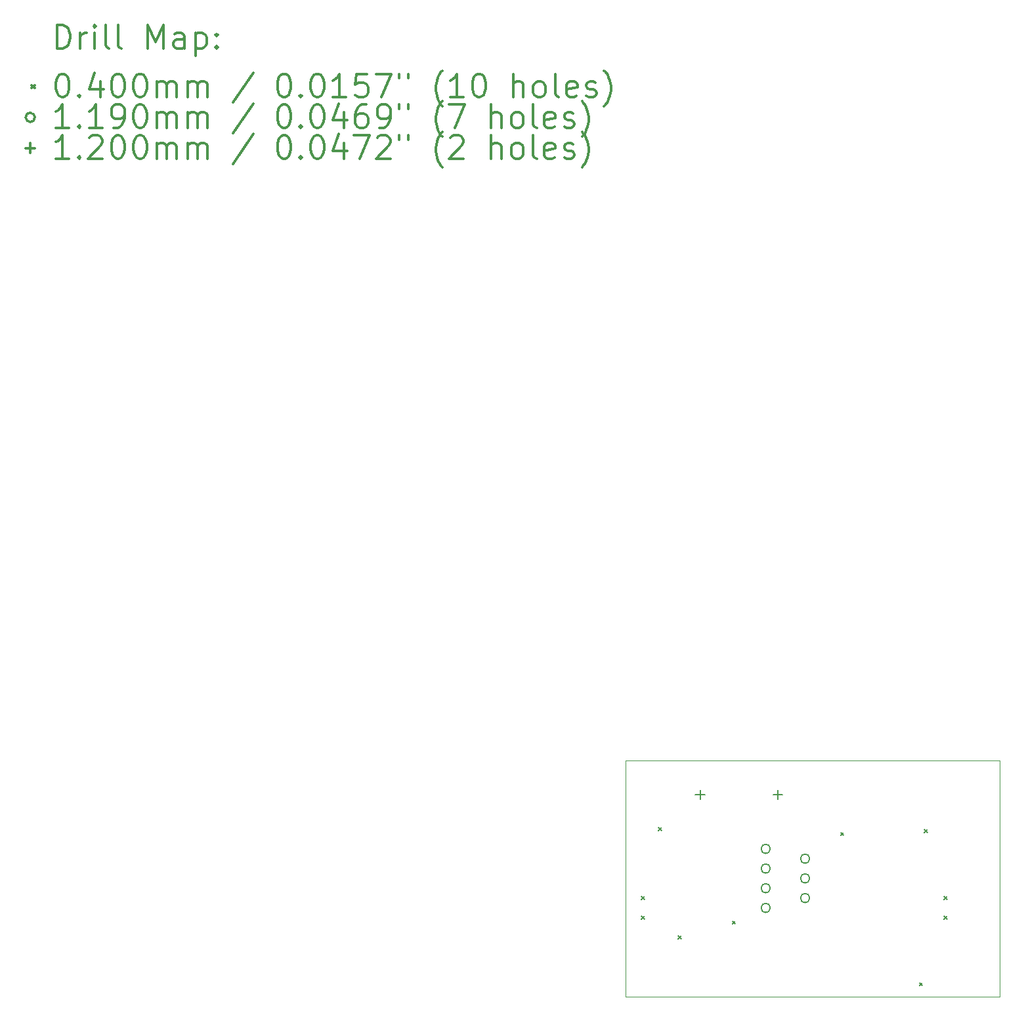
<source format=gbr>
%FSLAX45Y45*%
G04 Gerber Fmt 4.5, Leading zero omitted, Abs format (unit mm)*
G04 Created by KiCad (PCBNEW (5.1.10-1-10_14)) date 2021-10-31 20:44:57*
%MOMM*%
%LPD*%
G01*
G04 APERTURE LIST*
%TA.AperFunction,Profile*%
%ADD10C,0.050000*%
%TD*%
%ADD11C,0.200000*%
%ADD12C,0.300000*%
G04 APERTURE END LIST*
D10*
X12446000Y-12700000D02*
X7620000Y-12700000D01*
X12446000Y-9652000D02*
X12446000Y-12700000D01*
X7620000Y-9652000D02*
X12446000Y-9652000D01*
X7620000Y-12700000D02*
X7620000Y-9652000D01*
D11*
X7823520Y-11410000D02*
X7863520Y-11450000D01*
X7863520Y-11410000D02*
X7823520Y-11450000D01*
X7823520Y-11664000D02*
X7863520Y-11704000D01*
X7863520Y-11664000D02*
X7823520Y-11704000D01*
X8044500Y-10521000D02*
X8084500Y-10561000D01*
X8084500Y-10521000D02*
X8044500Y-10561000D01*
X8298500Y-11918000D02*
X8338500Y-11958000D01*
X8338500Y-11918000D02*
X8298500Y-11958000D01*
X8997000Y-11727500D02*
X9037000Y-11767500D01*
X9037000Y-11727500D02*
X8997000Y-11767500D01*
X10394000Y-10584500D02*
X10434000Y-10624500D01*
X10434000Y-10584500D02*
X10394000Y-10624500D01*
X11410000Y-12522520D02*
X11450000Y-12562520D01*
X11450000Y-12522520D02*
X11410000Y-12562520D01*
X11474770Y-10545130D02*
X11514770Y-10585130D01*
X11514770Y-10545130D02*
X11474770Y-10585130D01*
X11724960Y-11410000D02*
X11764960Y-11450000D01*
X11764960Y-11410000D02*
X11724960Y-11450000D01*
X11724960Y-11664000D02*
X11764960Y-11704000D01*
X11764960Y-11664000D02*
X11724960Y-11704000D01*
X9486250Y-10795000D02*
G75*
G03*
X9486250Y-10795000I-59500J0D01*
G01*
X9486250Y-11049000D02*
G75*
G03*
X9486250Y-11049000I-59500J0D01*
G01*
X9486250Y-11303000D02*
G75*
G03*
X9486250Y-11303000I-59500J0D01*
G01*
X9486250Y-11557000D02*
G75*
G03*
X9486250Y-11557000I-59500J0D01*
G01*
X9994250Y-10922000D02*
G75*
G03*
X9994250Y-10922000I-59500J0D01*
G01*
X9994250Y-11176000D02*
G75*
G03*
X9994250Y-11176000I-59500J0D01*
G01*
X9994250Y-11430000D02*
G75*
G03*
X9994250Y-11430000I-59500J0D01*
G01*
X8580500Y-10036500D02*
X8580500Y-10156500D01*
X8520500Y-10096500D02*
X8640500Y-10096500D01*
X9580500Y-10036500D02*
X9580500Y-10156500D01*
X9520500Y-10096500D02*
X9640500Y-10096500D01*
D12*
X286429Y-465714D02*
X286429Y-165714D01*
X357857Y-165714D01*
X400714Y-180000D01*
X429286Y-208571D01*
X443571Y-237143D01*
X457857Y-294286D01*
X457857Y-337143D01*
X443571Y-394286D01*
X429286Y-422857D01*
X400714Y-451428D01*
X357857Y-465714D01*
X286429Y-465714D01*
X586429Y-465714D02*
X586429Y-265714D01*
X586429Y-322857D02*
X600714Y-294286D01*
X615000Y-280000D01*
X643571Y-265714D01*
X672143Y-265714D01*
X772143Y-465714D02*
X772143Y-265714D01*
X772143Y-165714D02*
X757857Y-180000D01*
X772143Y-194286D01*
X786428Y-180000D01*
X772143Y-165714D01*
X772143Y-194286D01*
X957857Y-465714D02*
X929286Y-451428D01*
X915000Y-422857D01*
X915000Y-165714D01*
X1115000Y-465714D02*
X1086429Y-451428D01*
X1072143Y-422857D01*
X1072143Y-165714D01*
X1457857Y-465714D02*
X1457857Y-165714D01*
X1557857Y-380000D01*
X1657857Y-165714D01*
X1657857Y-465714D01*
X1929286Y-465714D02*
X1929286Y-308571D01*
X1915000Y-280000D01*
X1886428Y-265714D01*
X1829286Y-265714D01*
X1800714Y-280000D01*
X1929286Y-451428D02*
X1900714Y-465714D01*
X1829286Y-465714D01*
X1800714Y-451428D01*
X1786428Y-422857D01*
X1786428Y-394286D01*
X1800714Y-365714D01*
X1829286Y-351428D01*
X1900714Y-351428D01*
X1929286Y-337143D01*
X2072143Y-265714D02*
X2072143Y-565714D01*
X2072143Y-280000D02*
X2100714Y-265714D01*
X2157857Y-265714D01*
X2186429Y-280000D01*
X2200714Y-294286D01*
X2215000Y-322857D01*
X2215000Y-408571D01*
X2200714Y-437143D01*
X2186429Y-451428D01*
X2157857Y-465714D01*
X2100714Y-465714D01*
X2072143Y-451428D01*
X2343571Y-437143D02*
X2357857Y-451428D01*
X2343571Y-465714D01*
X2329286Y-451428D01*
X2343571Y-437143D01*
X2343571Y-465714D01*
X2343571Y-280000D02*
X2357857Y-294286D01*
X2343571Y-308571D01*
X2329286Y-294286D01*
X2343571Y-280000D01*
X2343571Y-308571D01*
X-40000Y-940000D02*
X0Y-980000D01*
X0Y-940000D02*
X-40000Y-980000D01*
X343571Y-795714D02*
X372143Y-795714D01*
X400714Y-810000D01*
X415000Y-824286D01*
X429286Y-852857D01*
X443571Y-910000D01*
X443571Y-981428D01*
X429286Y-1038571D01*
X415000Y-1067143D01*
X400714Y-1081429D01*
X372143Y-1095714D01*
X343571Y-1095714D01*
X315000Y-1081429D01*
X300714Y-1067143D01*
X286429Y-1038571D01*
X272143Y-981428D01*
X272143Y-910000D01*
X286429Y-852857D01*
X300714Y-824286D01*
X315000Y-810000D01*
X343571Y-795714D01*
X572143Y-1067143D02*
X586429Y-1081429D01*
X572143Y-1095714D01*
X557857Y-1081429D01*
X572143Y-1067143D01*
X572143Y-1095714D01*
X843571Y-895714D02*
X843571Y-1095714D01*
X772143Y-781428D02*
X700714Y-995714D01*
X886428Y-995714D01*
X1057857Y-795714D02*
X1086429Y-795714D01*
X1115000Y-810000D01*
X1129286Y-824286D01*
X1143571Y-852857D01*
X1157857Y-910000D01*
X1157857Y-981428D01*
X1143571Y-1038571D01*
X1129286Y-1067143D01*
X1115000Y-1081429D01*
X1086429Y-1095714D01*
X1057857Y-1095714D01*
X1029286Y-1081429D01*
X1015000Y-1067143D01*
X1000714Y-1038571D01*
X986428Y-981428D01*
X986428Y-910000D01*
X1000714Y-852857D01*
X1015000Y-824286D01*
X1029286Y-810000D01*
X1057857Y-795714D01*
X1343571Y-795714D02*
X1372143Y-795714D01*
X1400714Y-810000D01*
X1415000Y-824286D01*
X1429286Y-852857D01*
X1443571Y-910000D01*
X1443571Y-981428D01*
X1429286Y-1038571D01*
X1415000Y-1067143D01*
X1400714Y-1081429D01*
X1372143Y-1095714D01*
X1343571Y-1095714D01*
X1315000Y-1081429D01*
X1300714Y-1067143D01*
X1286429Y-1038571D01*
X1272143Y-981428D01*
X1272143Y-910000D01*
X1286429Y-852857D01*
X1300714Y-824286D01*
X1315000Y-810000D01*
X1343571Y-795714D01*
X1572143Y-1095714D02*
X1572143Y-895714D01*
X1572143Y-924286D02*
X1586428Y-910000D01*
X1615000Y-895714D01*
X1657857Y-895714D01*
X1686428Y-910000D01*
X1700714Y-938571D01*
X1700714Y-1095714D01*
X1700714Y-938571D02*
X1715000Y-910000D01*
X1743571Y-895714D01*
X1786428Y-895714D01*
X1815000Y-910000D01*
X1829286Y-938571D01*
X1829286Y-1095714D01*
X1972143Y-1095714D02*
X1972143Y-895714D01*
X1972143Y-924286D02*
X1986428Y-910000D01*
X2015000Y-895714D01*
X2057857Y-895714D01*
X2086428Y-910000D01*
X2100714Y-938571D01*
X2100714Y-1095714D01*
X2100714Y-938571D02*
X2115000Y-910000D01*
X2143571Y-895714D01*
X2186429Y-895714D01*
X2215000Y-910000D01*
X2229286Y-938571D01*
X2229286Y-1095714D01*
X2815000Y-781428D02*
X2557857Y-1167143D01*
X3200714Y-795714D02*
X3229286Y-795714D01*
X3257857Y-810000D01*
X3272143Y-824286D01*
X3286428Y-852857D01*
X3300714Y-910000D01*
X3300714Y-981428D01*
X3286428Y-1038571D01*
X3272143Y-1067143D01*
X3257857Y-1081429D01*
X3229286Y-1095714D01*
X3200714Y-1095714D01*
X3172143Y-1081429D01*
X3157857Y-1067143D01*
X3143571Y-1038571D01*
X3129286Y-981428D01*
X3129286Y-910000D01*
X3143571Y-852857D01*
X3157857Y-824286D01*
X3172143Y-810000D01*
X3200714Y-795714D01*
X3429286Y-1067143D02*
X3443571Y-1081429D01*
X3429286Y-1095714D01*
X3415000Y-1081429D01*
X3429286Y-1067143D01*
X3429286Y-1095714D01*
X3629286Y-795714D02*
X3657857Y-795714D01*
X3686428Y-810000D01*
X3700714Y-824286D01*
X3715000Y-852857D01*
X3729286Y-910000D01*
X3729286Y-981428D01*
X3715000Y-1038571D01*
X3700714Y-1067143D01*
X3686428Y-1081429D01*
X3657857Y-1095714D01*
X3629286Y-1095714D01*
X3600714Y-1081429D01*
X3586428Y-1067143D01*
X3572143Y-1038571D01*
X3557857Y-981428D01*
X3557857Y-910000D01*
X3572143Y-852857D01*
X3586428Y-824286D01*
X3600714Y-810000D01*
X3629286Y-795714D01*
X4015000Y-1095714D02*
X3843571Y-1095714D01*
X3929286Y-1095714D02*
X3929286Y-795714D01*
X3900714Y-838571D01*
X3872143Y-867143D01*
X3843571Y-881428D01*
X4286429Y-795714D02*
X4143571Y-795714D01*
X4129286Y-938571D01*
X4143571Y-924286D01*
X4172143Y-910000D01*
X4243571Y-910000D01*
X4272143Y-924286D01*
X4286429Y-938571D01*
X4300714Y-967143D01*
X4300714Y-1038571D01*
X4286429Y-1067143D01*
X4272143Y-1081429D01*
X4243571Y-1095714D01*
X4172143Y-1095714D01*
X4143571Y-1081429D01*
X4129286Y-1067143D01*
X4400714Y-795714D02*
X4600714Y-795714D01*
X4472143Y-1095714D01*
X4700714Y-795714D02*
X4700714Y-852857D01*
X4815000Y-795714D02*
X4815000Y-852857D01*
X5257857Y-1210000D02*
X5243571Y-1195714D01*
X5215000Y-1152857D01*
X5200714Y-1124286D01*
X5186429Y-1081429D01*
X5172143Y-1010000D01*
X5172143Y-952857D01*
X5186429Y-881428D01*
X5200714Y-838571D01*
X5215000Y-810000D01*
X5243571Y-767143D01*
X5257857Y-752857D01*
X5529286Y-1095714D02*
X5357857Y-1095714D01*
X5443571Y-1095714D02*
X5443571Y-795714D01*
X5415000Y-838571D01*
X5386429Y-867143D01*
X5357857Y-881428D01*
X5715000Y-795714D02*
X5743571Y-795714D01*
X5772143Y-810000D01*
X5786428Y-824286D01*
X5800714Y-852857D01*
X5815000Y-910000D01*
X5815000Y-981428D01*
X5800714Y-1038571D01*
X5786428Y-1067143D01*
X5772143Y-1081429D01*
X5743571Y-1095714D01*
X5715000Y-1095714D01*
X5686428Y-1081429D01*
X5672143Y-1067143D01*
X5657857Y-1038571D01*
X5643571Y-981428D01*
X5643571Y-910000D01*
X5657857Y-852857D01*
X5672143Y-824286D01*
X5686428Y-810000D01*
X5715000Y-795714D01*
X6172143Y-1095714D02*
X6172143Y-795714D01*
X6300714Y-1095714D02*
X6300714Y-938571D01*
X6286428Y-910000D01*
X6257857Y-895714D01*
X6215000Y-895714D01*
X6186428Y-910000D01*
X6172143Y-924286D01*
X6486428Y-1095714D02*
X6457857Y-1081429D01*
X6443571Y-1067143D01*
X6429286Y-1038571D01*
X6429286Y-952857D01*
X6443571Y-924286D01*
X6457857Y-910000D01*
X6486428Y-895714D01*
X6529286Y-895714D01*
X6557857Y-910000D01*
X6572143Y-924286D01*
X6586428Y-952857D01*
X6586428Y-1038571D01*
X6572143Y-1067143D01*
X6557857Y-1081429D01*
X6529286Y-1095714D01*
X6486428Y-1095714D01*
X6757857Y-1095714D02*
X6729286Y-1081429D01*
X6715000Y-1052857D01*
X6715000Y-795714D01*
X6986428Y-1081429D02*
X6957857Y-1095714D01*
X6900714Y-1095714D01*
X6872143Y-1081429D01*
X6857857Y-1052857D01*
X6857857Y-938571D01*
X6872143Y-910000D01*
X6900714Y-895714D01*
X6957857Y-895714D01*
X6986428Y-910000D01*
X7000714Y-938571D01*
X7000714Y-967143D01*
X6857857Y-995714D01*
X7115000Y-1081429D02*
X7143571Y-1095714D01*
X7200714Y-1095714D01*
X7229286Y-1081429D01*
X7243571Y-1052857D01*
X7243571Y-1038571D01*
X7229286Y-1010000D01*
X7200714Y-995714D01*
X7157857Y-995714D01*
X7129286Y-981428D01*
X7115000Y-952857D01*
X7115000Y-938571D01*
X7129286Y-910000D01*
X7157857Y-895714D01*
X7200714Y-895714D01*
X7229286Y-910000D01*
X7343571Y-1210000D02*
X7357857Y-1195714D01*
X7386428Y-1152857D01*
X7400714Y-1124286D01*
X7415000Y-1081429D01*
X7429286Y-1010000D01*
X7429286Y-952857D01*
X7415000Y-881428D01*
X7400714Y-838571D01*
X7386428Y-810000D01*
X7357857Y-767143D01*
X7343571Y-752857D01*
X0Y-1356000D02*
G75*
G03*
X0Y-1356000I-59500J0D01*
G01*
X443571Y-1491714D02*
X272143Y-1491714D01*
X357857Y-1491714D02*
X357857Y-1191714D01*
X329286Y-1234571D01*
X300714Y-1263143D01*
X272143Y-1277429D01*
X572143Y-1463143D02*
X586429Y-1477428D01*
X572143Y-1491714D01*
X557857Y-1477428D01*
X572143Y-1463143D01*
X572143Y-1491714D01*
X872143Y-1491714D02*
X700714Y-1491714D01*
X786428Y-1491714D02*
X786428Y-1191714D01*
X757857Y-1234571D01*
X729286Y-1263143D01*
X700714Y-1277429D01*
X1015000Y-1491714D02*
X1072143Y-1491714D01*
X1100714Y-1477428D01*
X1115000Y-1463143D01*
X1143571Y-1420286D01*
X1157857Y-1363143D01*
X1157857Y-1248857D01*
X1143571Y-1220286D01*
X1129286Y-1206000D01*
X1100714Y-1191714D01*
X1043571Y-1191714D01*
X1015000Y-1206000D01*
X1000714Y-1220286D01*
X986428Y-1248857D01*
X986428Y-1320286D01*
X1000714Y-1348857D01*
X1015000Y-1363143D01*
X1043571Y-1377429D01*
X1100714Y-1377429D01*
X1129286Y-1363143D01*
X1143571Y-1348857D01*
X1157857Y-1320286D01*
X1343571Y-1191714D02*
X1372143Y-1191714D01*
X1400714Y-1206000D01*
X1415000Y-1220286D01*
X1429286Y-1248857D01*
X1443571Y-1306000D01*
X1443571Y-1377429D01*
X1429286Y-1434571D01*
X1415000Y-1463143D01*
X1400714Y-1477428D01*
X1372143Y-1491714D01*
X1343571Y-1491714D01*
X1315000Y-1477428D01*
X1300714Y-1463143D01*
X1286429Y-1434571D01*
X1272143Y-1377429D01*
X1272143Y-1306000D01*
X1286429Y-1248857D01*
X1300714Y-1220286D01*
X1315000Y-1206000D01*
X1343571Y-1191714D01*
X1572143Y-1491714D02*
X1572143Y-1291714D01*
X1572143Y-1320286D02*
X1586428Y-1306000D01*
X1615000Y-1291714D01*
X1657857Y-1291714D01*
X1686428Y-1306000D01*
X1700714Y-1334571D01*
X1700714Y-1491714D01*
X1700714Y-1334571D02*
X1715000Y-1306000D01*
X1743571Y-1291714D01*
X1786428Y-1291714D01*
X1815000Y-1306000D01*
X1829286Y-1334571D01*
X1829286Y-1491714D01*
X1972143Y-1491714D02*
X1972143Y-1291714D01*
X1972143Y-1320286D02*
X1986428Y-1306000D01*
X2015000Y-1291714D01*
X2057857Y-1291714D01*
X2086428Y-1306000D01*
X2100714Y-1334571D01*
X2100714Y-1491714D01*
X2100714Y-1334571D02*
X2115000Y-1306000D01*
X2143571Y-1291714D01*
X2186429Y-1291714D01*
X2215000Y-1306000D01*
X2229286Y-1334571D01*
X2229286Y-1491714D01*
X2815000Y-1177429D02*
X2557857Y-1563143D01*
X3200714Y-1191714D02*
X3229286Y-1191714D01*
X3257857Y-1206000D01*
X3272143Y-1220286D01*
X3286428Y-1248857D01*
X3300714Y-1306000D01*
X3300714Y-1377429D01*
X3286428Y-1434571D01*
X3272143Y-1463143D01*
X3257857Y-1477428D01*
X3229286Y-1491714D01*
X3200714Y-1491714D01*
X3172143Y-1477428D01*
X3157857Y-1463143D01*
X3143571Y-1434571D01*
X3129286Y-1377429D01*
X3129286Y-1306000D01*
X3143571Y-1248857D01*
X3157857Y-1220286D01*
X3172143Y-1206000D01*
X3200714Y-1191714D01*
X3429286Y-1463143D02*
X3443571Y-1477428D01*
X3429286Y-1491714D01*
X3415000Y-1477428D01*
X3429286Y-1463143D01*
X3429286Y-1491714D01*
X3629286Y-1191714D02*
X3657857Y-1191714D01*
X3686428Y-1206000D01*
X3700714Y-1220286D01*
X3715000Y-1248857D01*
X3729286Y-1306000D01*
X3729286Y-1377429D01*
X3715000Y-1434571D01*
X3700714Y-1463143D01*
X3686428Y-1477428D01*
X3657857Y-1491714D01*
X3629286Y-1491714D01*
X3600714Y-1477428D01*
X3586428Y-1463143D01*
X3572143Y-1434571D01*
X3557857Y-1377429D01*
X3557857Y-1306000D01*
X3572143Y-1248857D01*
X3586428Y-1220286D01*
X3600714Y-1206000D01*
X3629286Y-1191714D01*
X3986428Y-1291714D02*
X3986428Y-1491714D01*
X3915000Y-1177429D02*
X3843571Y-1391714D01*
X4029286Y-1391714D01*
X4272143Y-1191714D02*
X4215000Y-1191714D01*
X4186428Y-1206000D01*
X4172143Y-1220286D01*
X4143571Y-1263143D01*
X4129286Y-1320286D01*
X4129286Y-1434571D01*
X4143571Y-1463143D01*
X4157857Y-1477428D01*
X4186428Y-1491714D01*
X4243571Y-1491714D01*
X4272143Y-1477428D01*
X4286429Y-1463143D01*
X4300714Y-1434571D01*
X4300714Y-1363143D01*
X4286429Y-1334571D01*
X4272143Y-1320286D01*
X4243571Y-1306000D01*
X4186428Y-1306000D01*
X4157857Y-1320286D01*
X4143571Y-1334571D01*
X4129286Y-1363143D01*
X4443571Y-1491714D02*
X4500714Y-1491714D01*
X4529286Y-1477428D01*
X4543571Y-1463143D01*
X4572143Y-1420286D01*
X4586429Y-1363143D01*
X4586429Y-1248857D01*
X4572143Y-1220286D01*
X4557857Y-1206000D01*
X4529286Y-1191714D01*
X4472143Y-1191714D01*
X4443571Y-1206000D01*
X4429286Y-1220286D01*
X4415000Y-1248857D01*
X4415000Y-1320286D01*
X4429286Y-1348857D01*
X4443571Y-1363143D01*
X4472143Y-1377429D01*
X4529286Y-1377429D01*
X4557857Y-1363143D01*
X4572143Y-1348857D01*
X4586429Y-1320286D01*
X4700714Y-1191714D02*
X4700714Y-1248857D01*
X4815000Y-1191714D02*
X4815000Y-1248857D01*
X5257857Y-1606000D02*
X5243571Y-1591714D01*
X5215000Y-1548857D01*
X5200714Y-1520286D01*
X5186429Y-1477428D01*
X5172143Y-1406000D01*
X5172143Y-1348857D01*
X5186429Y-1277429D01*
X5200714Y-1234571D01*
X5215000Y-1206000D01*
X5243571Y-1163143D01*
X5257857Y-1148857D01*
X5343571Y-1191714D02*
X5543571Y-1191714D01*
X5415000Y-1491714D01*
X5886428Y-1491714D02*
X5886428Y-1191714D01*
X6015000Y-1491714D02*
X6015000Y-1334571D01*
X6000714Y-1306000D01*
X5972143Y-1291714D01*
X5929286Y-1291714D01*
X5900714Y-1306000D01*
X5886428Y-1320286D01*
X6200714Y-1491714D02*
X6172143Y-1477428D01*
X6157857Y-1463143D01*
X6143571Y-1434571D01*
X6143571Y-1348857D01*
X6157857Y-1320286D01*
X6172143Y-1306000D01*
X6200714Y-1291714D01*
X6243571Y-1291714D01*
X6272143Y-1306000D01*
X6286428Y-1320286D01*
X6300714Y-1348857D01*
X6300714Y-1434571D01*
X6286428Y-1463143D01*
X6272143Y-1477428D01*
X6243571Y-1491714D01*
X6200714Y-1491714D01*
X6472143Y-1491714D02*
X6443571Y-1477428D01*
X6429286Y-1448857D01*
X6429286Y-1191714D01*
X6700714Y-1477428D02*
X6672143Y-1491714D01*
X6615000Y-1491714D01*
X6586428Y-1477428D01*
X6572143Y-1448857D01*
X6572143Y-1334571D01*
X6586428Y-1306000D01*
X6615000Y-1291714D01*
X6672143Y-1291714D01*
X6700714Y-1306000D01*
X6715000Y-1334571D01*
X6715000Y-1363143D01*
X6572143Y-1391714D01*
X6829286Y-1477428D02*
X6857857Y-1491714D01*
X6915000Y-1491714D01*
X6943571Y-1477428D01*
X6957857Y-1448857D01*
X6957857Y-1434571D01*
X6943571Y-1406000D01*
X6915000Y-1391714D01*
X6872143Y-1391714D01*
X6843571Y-1377429D01*
X6829286Y-1348857D01*
X6829286Y-1334571D01*
X6843571Y-1306000D01*
X6872143Y-1291714D01*
X6915000Y-1291714D01*
X6943571Y-1306000D01*
X7057857Y-1606000D02*
X7072143Y-1591714D01*
X7100714Y-1548857D01*
X7115000Y-1520286D01*
X7129286Y-1477428D01*
X7143571Y-1406000D01*
X7143571Y-1348857D01*
X7129286Y-1277429D01*
X7115000Y-1234571D01*
X7100714Y-1206000D01*
X7072143Y-1163143D01*
X7057857Y-1148857D01*
X-60000Y-1692000D02*
X-60000Y-1812000D01*
X-120000Y-1752000D02*
X0Y-1752000D01*
X443571Y-1887714D02*
X272143Y-1887714D01*
X357857Y-1887714D02*
X357857Y-1587714D01*
X329286Y-1630571D01*
X300714Y-1659143D01*
X272143Y-1673428D01*
X572143Y-1859143D02*
X586429Y-1873428D01*
X572143Y-1887714D01*
X557857Y-1873428D01*
X572143Y-1859143D01*
X572143Y-1887714D01*
X700714Y-1616286D02*
X715000Y-1602000D01*
X743571Y-1587714D01*
X815000Y-1587714D01*
X843571Y-1602000D01*
X857857Y-1616286D01*
X872143Y-1644857D01*
X872143Y-1673428D01*
X857857Y-1716286D01*
X686429Y-1887714D01*
X872143Y-1887714D01*
X1057857Y-1587714D02*
X1086429Y-1587714D01*
X1115000Y-1602000D01*
X1129286Y-1616286D01*
X1143571Y-1644857D01*
X1157857Y-1702000D01*
X1157857Y-1773428D01*
X1143571Y-1830571D01*
X1129286Y-1859143D01*
X1115000Y-1873428D01*
X1086429Y-1887714D01*
X1057857Y-1887714D01*
X1029286Y-1873428D01*
X1015000Y-1859143D01*
X1000714Y-1830571D01*
X986428Y-1773428D01*
X986428Y-1702000D01*
X1000714Y-1644857D01*
X1015000Y-1616286D01*
X1029286Y-1602000D01*
X1057857Y-1587714D01*
X1343571Y-1587714D02*
X1372143Y-1587714D01*
X1400714Y-1602000D01*
X1415000Y-1616286D01*
X1429286Y-1644857D01*
X1443571Y-1702000D01*
X1443571Y-1773428D01*
X1429286Y-1830571D01*
X1415000Y-1859143D01*
X1400714Y-1873428D01*
X1372143Y-1887714D01*
X1343571Y-1887714D01*
X1315000Y-1873428D01*
X1300714Y-1859143D01*
X1286429Y-1830571D01*
X1272143Y-1773428D01*
X1272143Y-1702000D01*
X1286429Y-1644857D01*
X1300714Y-1616286D01*
X1315000Y-1602000D01*
X1343571Y-1587714D01*
X1572143Y-1887714D02*
X1572143Y-1687714D01*
X1572143Y-1716286D02*
X1586428Y-1702000D01*
X1615000Y-1687714D01*
X1657857Y-1687714D01*
X1686428Y-1702000D01*
X1700714Y-1730571D01*
X1700714Y-1887714D01*
X1700714Y-1730571D02*
X1715000Y-1702000D01*
X1743571Y-1687714D01*
X1786428Y-1687714D01*
X1815000Y-1702000D01*
X1829286Y-1730571D01*
X1829286Y-1887714D01*
X1972143Y-1887714D02*
X1972143Y-1687714D01*
X1972143Y-1716286D02*
X1986428Y-1702000D01*
X2015000Y-1687714D01*
X2057857Y-1687714D01*
X2086428Y-1702000D01*
X2100714Y-1730571D01*
X2100714Y-1887714D01*
X2100714Y-1730571D02*
X2115000Y-1702000D01*
X2143571Y-1687714D01*
X2186429Y-1687714D01*
X2215000Y-1702000D01*
X2229286Y-1730571D01*
X2229286Y-1887714D01*
X2815000Y-1573428D02*
X2557857Y-1959143D01*
X3200714Y-1587714D02*
X3229286Y-1587714D01*
X3257857Y-1602000D01*
X3272143Y-1616286D01*
X3286428Y-1644857D01*
X3300714Y-1702000D01*
X3300714Y-1773428D01*
X3286428Y-1830571D01*
X3272143Y-1859143D01*
X3257857Y-1873428D01*
X3229286Y-1887714D01*
X3200714Y-1887714D01*
X3172143Y-1873428D01*
X3157857Y-1859143D01*
X3143571Y-1830571D01*
X3129286Y-1773428D01*
X3129286Y-1702000D01*
X3143571Y-1644857D01*
X3157857Y-1616286D01*
X3172143Y-1602000D01*
X3200714Y-1587714D01*
X3429286Y-1859143D02*
X3443571Y-1873428D01*
X3429286Y-1887714D01*
X3415000Y-1873428D01*
X3429286Y-1859143D01*
X3429286Y-1887714D01*
X3629286Y-1587714D02*
X3657857Y-1587714D01*
X3686428Y-1602000D01*
X3700714Y-1616286D01*
X3715000Y-1644857D01*
X3729286Y-1702000D01*
X3729286Y-1773428D01*
X3715000Y-1830571D01*
X3700714Y-1859143D01*
X3686428Y-1873428D01*
X3657857Y-1887714D01*
X3629286Y-1887714D01*
X3600714Y-1873428D01*
X3586428Y-1859143D01*
X3572143Y-1830571D01*
X3557857Y-1773428D01*
X3557857Y-1702000D01*
X3572143Y-1644857D01*
X3586428Y-1616286D01*
X3600714Y-1602000D01*
X3629286Y-1587714D01*
X3986428Y-1687714D02*
X3986428Y-1887714D01*
X3915000Y-1573428D02*
X3843571Y-1787714D01*
X4029286Y-1787714D01*
X4115000Y-1587714D02*
X4315000Y-1587714D01*
X4186428Y-1887714D01*
X4415000Y-1616286D02*
X4429286Y-1602000D01*
X4457857Y-1587714D01*
X4529286Y-1587714D01*
X4557857Y-1602000D01*
X4572143Y-1616286D01*
X4586429Y-1644857D01*
X4586429Y-1673428D01*
X4572143Y-1716286D01*
X4400714Y-1887714D01*
X4586429Y-1887714D01*
X4700714Y-1587714D02*
X4700714Y-1644857D01*
X4815000Y-1587714D02*
X4815000Y-1644857D01*
X5257857Y-2002000D02*
X5243571Y-1987714D01*
X5215000Y-1944857D01*
X5200714Y-1916286D01*
X5186429Y-1873428D01*
X5172143Y-1802000D01*
X5172143Y-1744857D01*
X5186429Y-1673428D01*
X5200714Y-1630571D01*
X5215000Y-1602000D01*
X5243571Y-1559143D01*
X5257857Y-1544857D01*
X5357857Y-1616286D02*
X5372143Y-1602000D01*
X5400714Y-1587714D01*
X5472143Y-1587714D01*
X5500714Y-1602000D01*
X5515000Y-1616286D01*
X5529286Y-1644857D01*
X5529286Y-1673428D01*
X5515000Y-1716286D01*
X5343571Y-1887714D01*
X5529286Y-1887714D01*
X5886428Y-1887714D02*
X5886428Y-1587714D01*
X6015000Y-1887714D02*
X6015000Y-1730571D01*
X6000714Y-1702000D01*
X5972143Y-1687714D01*
X5929286Y-1687714D01*
X5900714Y-1702000D01*
X5886428Y-1716286D01*
X6200714Y-1887714D02*
X6172143Y-1873428D01*
X6157857Y-1859143D01*
X6143571Y-1830571D01*
X6143571Y-1744857D01*
X6157857Y-1716286D01*
X6172143Y-1702000D01*
X6200714Y-1687714D01*
X6243571Y-1687714D01*
X6272143Y-1702000D01*
X6286428Y-1716286D01*
X6300714Y-1744857D01*
X6300714Y-1830571D01*
X6286428Y-1859143D01*
X6272143Y-1873428D01*
X6243571Y-1887714D01*
X6200714Y-1887714D01*
X6472143Y-1887714D02*
X6443571Y-1873428D01*
X6429286Y-1844857D01*
X6429286Y-1587714D01*
X6700714Y-1873428D02*
X6672143Y-1887714D01*
X6615000Y-1887714D01*
X6586428Y-1873428D01*
X6572143Y-1844857D01*
X6572143Y-1730571D01*
X6586428Y-1702000D01*
X6615000Y-1687714D01*
X6672143Y-1687714D01*
X6700714Y-1702000D01*
X6715000Y-1730571D01*
X6715000Y-1759143D01*
X6572143Y-1787714D01*
X6829286Y-1873428D02*
X6857857Y-1887714D01*
X6915000Y-1887714D01*
X6943571Y-1873428D01*
X6957857Y-1844857D01*
X6957857Y-1830571D01*
X6943571Y-1802000D01*
X6915000Y-1787714D01*
X6872143Y-1787714D01*
X6843571Y-1773428D01*
X6829286Y-1744857D01*
X6829286Y-1730571D01*
X6843571Y-1702000D01*
X6872143Y-1687714D01*
X6915000Y-1687714D01*
X6943571Y-1702000D01*
X7057857Y-2002000D02*
X7072143Y-1987714D01*
X7100714Y-1944857D01*
X7115000Y-1916286D01*
X7129286Y-1873428D01*
X7143571Y-1802000D01*
X7143571Y-1744857D01*
X7129286Y-1673428D01*
X7115000Y-1630571D01*
X7100714Y-1602000D01*
X7072143Y-1559143D01*
X7057857Y-1544857D01*
M02*

</source>
